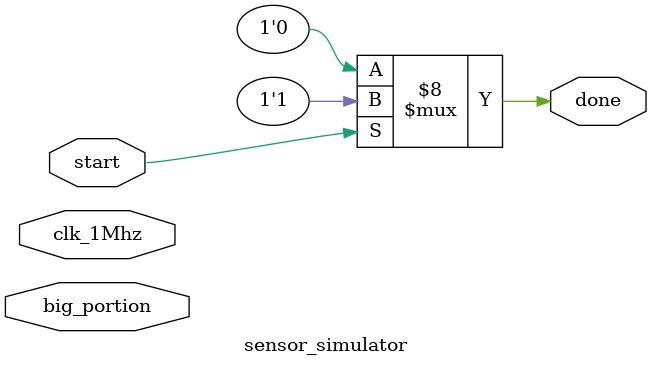
<source format=v>
`timescale 1us / 1ps

module sensor_simulator(
    input clk_1Mhz,
    input big_portion,
    input start,
    output reg done
    );


initial
    done <= 0;

    parameter big = 100;
    parameter smal = 10;

    always@*begin
    
        if (start == 1)begin
            if ( big_portion == 1 )
                #big done  <= 1;
            else
                #smal done <= 1;
        end
        else
            done <= 0;
        
    
    end

endmodule
</source>
